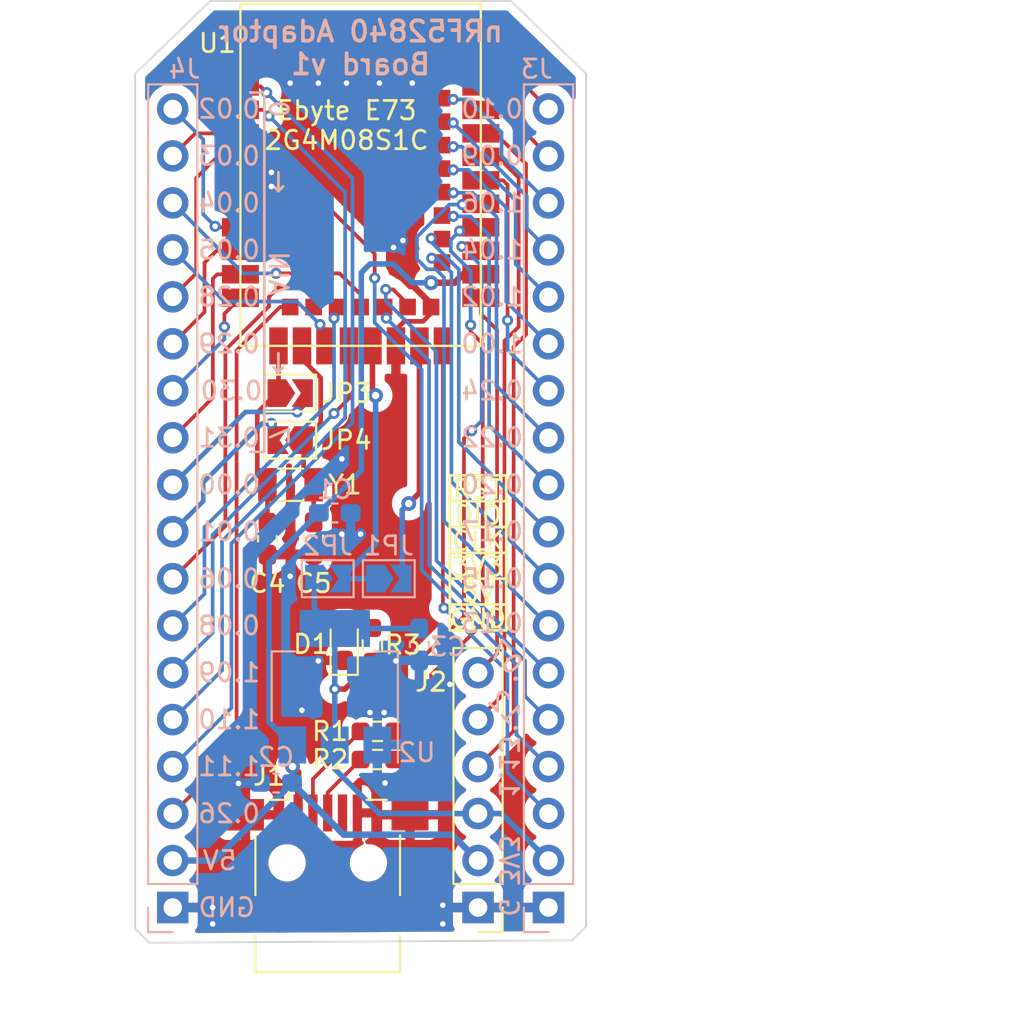
<source format=kicad_pcb>
(kicad_pcb (version 20211014) (generator pcbnew)
  (layers (0 "F.Cu" signal) (31 "B.Cu" signal) (34 "B.Paste" user) (35 "F.Paste" user) (36 "B.SilkS" user "B.Silkscreen") (37 "F.SilkS" user "F.Silkscreen") (38 "B.Mask" user) (39 "F.Mask" user) (44 "Edge.Cuts" user))
  (net 0 "")
  (net 1 "V_USB")
  (net 2 "GND")
  (net 3 "REG_OUT")
  (net 4 "OSC32_2")
  (net 5 "USB_D-")
  (net 6 "USB_D+")
  (net 8 "SWCLK")
  (net 9 "SWDIO")
  (net 10 "RESET")
  (net 11 "VDDH")
  (net 12 "VDD")
  (net 13 "P0.00")
  (net 14 "OSC32_1")
  (net 15 "P0.01")
  (net 16 "Net-(R1-Pad2)")
  (net 17 "Net-(R2-Pad2)")
  (net 18 "AIN3")
  (net 19 "P1.09")
  (net 20 "DCCH")
  (net 21 "AIN6")
  (net 22 "AIN7")
  (net 23 "AIN5")
  (net 24 "AIN0")
  (net 25 "P1.13")
  (net 26 "AIN4")
  (net 27 "AIN1")
  (net 28 "P1.10")
  (net 29 "P1.11")
  (net 30 "P0.13")
  (net 31 "P0.24")
  (net 32 "NFC1")
  (net 33 "NFC2")
  (net 34 "P0.26")
  (net 35 "P0.06")
  (net 36 "P0.08")
  (net 37 "AIN2")
  (net 38 "P0.12")
  (net 39 "P0.07")
  (net 40 "P0.15")
  (net 41 "P0.17")
  (net 42 "P0.20")
  (net 43 "P0.22")
  (net 44 "P1.00")
  (net 45 "P1.02")
  (net 46 "P1.04")
  (net 47 "P1.06")
  (net 48 "Net-(D1-Pad2)")
  (footprint "footprints:E73-2G4M08S1C" (layer "F.Cu") (at 146.05 75.438)
    (fp_text reference "U1")
    (fp_text value "E73-2G4M08S1C")
  )
  (footprint "Capacitor_SMD:C_0603_1608Metric_Pad1.08x0.95mm_HandSolder" (layer "F.Cu") (at 143.51 94.8425 90)
    (fp_text reference "C5")
    (fp_text value "12p")
  )
  (footprint "Jumper:SolderJumper-2_P1.3mm_Open_TrianglePad1.0x1.5mm" (layer "F.Cu") (at 142.243 86.995)
    (fp_text reference "JP3")
    (fp_text value "SolderJumper_2_Open")
  )
  (footprint "Capacitor_SMD:C_0603_1608Metric_Pad1.08x0.95mm_HandSolder" (layer "F.Cu") (at 141.01 94.869 90)
    (fp_text reference "C4")
    (fp_text value "12p")
  )
  (footprint "LED_SMD:LED_0603_1608Metric_Pad1.05x0.95mm_HandSolder" (layer "F.Cu") (at 145.161 100.57 90)
    (fp_text reference "D1")
    (fp_text value "ORANGE")
  )
  (footprint "Resistor_SMD:R_0603_1608Metric_Pad0.98x0.95mm_HandSolder" (layer "F.Cu") (at 146.685 100.6075 90)
    (fp_text reference "R3")
    (fp_text value "180R")
  )
  (footprint "Connector_USB:USB_Mini-B_Lumberg_2486_01_Horizontal" (layer "F.Cu") (at 144.272 112.395)
    (fp_text reference "J1")
    (fp_text value "USB_B_Mini")
  )
  (footprint "Resistor_SMD:R_0603_1608Metric_Pad0.98x0.95mm_HandSolder" (layer "F.Cu") (at 146.9625 105.283)
    (fp_text reference "R1")
    (fp_text value "5K1")
  )
  (footprint "Jumper:SolderJumper-2_P1.3mm_Open_TrianglePad1.0x1.5mm" (layer "F.Cu") (at 142.243 89.535 180)
    (fp_text reference "JP4")
    (fp_text value "SolderJumper_2_Open")
  )
  (footprint "Crystal:Crystal_SMD_3215-2Pin_3.2x1.5mm" (layer "F.Cu") (at 142.26 91.948)
    (fp_text reference "Y1")
    (fp_text value "ABS07 [9pF, 32.768kHz]")
  )
  (footprint "Connector_PinHeader_2.54mm:PinHeader_1x06_P2.54mm_Vertical" (layer "F.Cu") (at 152.4 114.808 180)
    (fp_text reference "J2")
    (fp_text value "Programming")
  )
  (footprint "Resistor_SMD:R_0603_1608Metric_Pad0.98x0.95mm_HandSolder" (layer "F.Cu") (at 146.9625 106.807)
    (fp_text reference "R2")
    (fp_text value "5K1")
  )
  (footprint "Connector_PinHeader_2.54mm:PinHeader_1x18_P2.54mm_Vertical" (layer "B.Cu") (at 156.21 114.808)
    (fp_text reference "J3")
    (fp_text value "Header1")
  )
  (footprint "Jumper:SolderJumper-2_P1.3mm_Open_TrianglePad1.0x1.5mm" (layer "B.Cu") (at 147.574 97.028)
    (fp_text reference "JP1")
    (fp_text value "SolderJumper_2_Open")
  )
  (footprint "Capacitor_SMD:C_0603_1608Metric_Pad1.08x0.95mm_HandSolder" (layer "B.Cu") (at 141.478 108.077 180)
    (fp_text reference "C2")
    (fp_text value "4u7")
  )
  (footprint "Jumper:SolderJumper-2_P1.3mm_Open_TrianglePad1.0x1.5mm" (layer "B.Cu") (at 144.272 97.028)
    (fp_text reference "JP2")
    (fp_text value "SolderJumper_2_Open")
  )
  (footprint "Capacitor_SMD:C_0603_1608Metric_Pad1.08x0.95mm_HandSolder" (layer "B.Cu") (at 149.225 100.584 -90)
    (fp_text reference "C3")
    (fp_text value "4u7")
  )
  (footprint "Connector_PinHeader_2.54mm:PinHeader_1x18_P2.54mm_Vertical" (layer "B.Cu") (at 135.89 114.808)
    (fp_text reference "J4")
    (fp_text value "Header2")
  )
  (footprint "Package_TO_SOT_SMD:SOT-223-3_TabPin2" (layer "B.Cu") (at 144.653 102.87 90)
    (fp_text reference "U2")
    (fp_text value "AP2111H-3.3TRG1")
  )
  (footprint "Capacitor_SMD:C_0603_1608Metric_Pad1.08x0.95mm_HandSolder" (layer "B.Cu") (at 144.653 93.472)
    (fp_text reference "C1")
    (fp_text value "4u7")
  )
  (gr_line (start 140.081 70.739) (end 140.843 70.739) (layer "B.SilkS") (width 0.15))
  (gr_line (start 141.605 84.836) (end 141.605 85.852) (layer "B.SilkS") (width 0.15))
  (gr_line (start 141.605 85.852) (end 141.859 85.598) (layer "B.SilkS") (width 0.15))
  (gr_line (start 141.605 85.852) (end 141.351 85.598) (layer "B.SilkS") (width 0.15))
  (gr_line (start 140.843 70.739) (end 140.843 90.17) (layer "B.SilkS") (width 0.15))
  (gr_line (start 140.843 90.17) (end 140.081 90.17) (layer "B.SilkS") (width 0.15))
  (gr_line (start 141.605 75.057) (end 141.605 76.073) (layer "B.SilkS") (width 0.15))
  (gr_line (start 141.605 76.073) (end 141.859 75.819) (layer "B.SilkS") (width 0.15))
  (gr_line (start 141.605 76.073) (end 141.351 75.819) (layer "B.SilkS") (width 0.15))
  (gr_line (start 150.876 92.837) (end 153.924 92.837) (layer "F.SilkS") (width 0.15))
  (gr_line (start 150.876 99.822) (end 153.924 99.822) (layer "F.SilkS") (width 0.15))
  (gr_rect (start 150.876 91.44) (end 153.924 97.028) (layer "F.SilkS") (width 0.15) (fill none))
  (gr_line (start 150.876 95.631) (end 153.924 95.631) (layer "F.SilkS") (width 0.15))
  (gr_line (start 153.924 99.822) (end 153.924 97.028) (layer "F.SilkS") (width 0.15))
  (gr_line (start 153.924 94.234) (end 150.876 94.234) (layer "F.SilkS") (width 0.15))
  (gr_line (start 150.876 97.028) (end 150.876 99.822) (layer "F.SilkS") (width 0.15))
  (gr_line (start 153.924 98.425) (end 150.876 98.425) (layer "F.SilkS") (width 0.15))
  (gr_line (start 158.242 69.723) (end 158.242 115.824) (layer "Edge.Cuts") (width 0.1))
  (gr_line (start 137.922 65.786) (end 154.178 65.786) (layer "Edge.Cuts") (width 0.1))
  (gr_line (start 154.178 65.786) (end 158.242 69.723) (layer "Edge.Cuts") (width 0.1))
  (gr_line (start 133.858 115.951) (end 133.858 69.723) (layer "Edge.Cuts") (width 0.1))
  (gr_line (start 133.858 115.951) (end 134.62 116.713) (layer "Edge.Cuts") (width 0.1))
  (gr_line (start 133.858 69.723) (end 137.922 65.786) (layer "Edge.Cuts") (width 0.1))
  (gr_line locked (start 157.48 116.586) (end 134.62 116.713) (layer "Edge.Cuts") (width 0.1))
  (gr_line (start 158.242 115.824) (end 157.48 116.586) (layer "Edge.Cuts") (width 0.1))
  (gr_text "GND" (at 138.811 114.808) (layer "B.SilkS") (effects (font (size 1 1)) (justify mirror)))
  (gr_text "0.26" (at 138.938 109.728) (layer "B.SilkS") (effects (font (size 1 1)) (justify mirror)))
  (gr_text "nRF52840 Adaptor\nBoard v1" (at 146.05 68.326) (layer "B.SilkS") (effects (font (size 1.1 1.1) (thickness 0.2)) (justify mirror)))
  (gr_text "1.11" (at 138.938 107.188) (layer "B.SilkS") (effects (font (size 1 1)) (justify mirror)))
  (gr_text "0.24" (at 153.162 86.868) (layer "B.SilkS") (effects (font (size 1 1)) (justify mirror)))
  (gr_text "0.10" (at 153.162 71.628) (layer "B.SilkS") (effects (font (size 1 1)) (justify mirror)))
  (gr_text "0.04" (at 138.938 76.708) (layer "B.SilkS") (effects (font (size 1 1)) (justify mirror)))
  (gr_text "1.06" (at 153.162 76.708) (layer "B.SilkS") (effects (font (size 1 1)) (justify mirror)))
  (gr_text "1.10" (at 138.938 104.648) (layer "B.SilkS") (effects (font (size 1 1)) (justify mirror)))
  (gr_text "0.00" (at 138.938 91.948) (layer "B.SilkS") (effects (font (size 1 1)) (justify mirror)))
  (gr_text "0.08" (at 138.938 99.568) (layer "B.SilkS") (effects (font (size 1 1)) (justify mirror)))
  (gr_text "1.02" (at 153.162 81.788) (layer "B.SilkS") (effects (font (size 1 1)) (justify mirror)))
  (gr_text "0.20" (at 153.162 91.948) (layer "B.SilkS") (effects (font (size 1 1)) (justify mirror)))
  (gr_text "0.29" (at 138.938 84.328) (layer "B.SilkS") (effects (font (size 1 1)) (justify mirror)))
  (gr_text "0.31" (at 138.938 89.408) (layer "B.SilkS") (effects (font (size 1 1)) (justify mirror)))
  (gr_text "0.06" (at 138.938 97.028) (layer "B.SilkS") (effects (font (size 1 1)) (justify mirror)))
  (gr_text "7" (at 141.605 89.281 270) (layer "B.SilkS") (effects (font (size 1 1)) (justify mirror)))
  (gr_text "0.02" (at 138.938 71.628) (layer "B.SilkS") (effects (font (size 1 1)) (justify mirror)))
  (gr_text "1.04" (at 153.162 79.248) (layer "B.SilkS") (effects (font (size 1 1)) (justify mirror)))
  (gr_text "0.30" (at 139.065 86.868) (layer "B.SilkS") (effects (font (size 1 1)) (justify mirror)))
  (gr_text "5V" (at 138.43 112.268) (layer "B.SilkS") (effects (font (size 1 1)) (justify mirror)))
  (gr_text "0.13" (at 153.162 99.441) (layer "B.SilkS") (effects (font (size 1 1)) (justify mirror)))
  (gr_text "1.00" (at 153.162 84.328) (layer "B.SilkS") (effects (font (size 1 1)) (justify mirror)))
  (gr_text "0" (at 141.605 71.628 270) (layer "B.SilkS") (effects (font (size 1 1)) (justify mirror)))
  (gr_text "0.01" (at 138.938 94.488) (layer "B.SilkS") (effects (font (size 1 1)) (justify mirror)))
  (gr_text "G" (at 154.051 114.808 270) (layer "B.SilkS") (effects (font (size 1 1)) (justify mirror)))
  (gr_text "0.03" (at 138.938 74.168) (layer "B.SilkS") (effects (font (size 1 1)) (justify mirror)))
  (gr_text "0.15" (at 153.162 97.028) (layer "B.SilkS") (effects (font (size 1 1)) (justify mirror)))
  (gr_text "1.13" (at 154.051 107.188 270) (layer "B.SilkS") (effects (font (size 1 1)) (justify mirror)))
  (gr_text "0.05" (at 138.938 79.248) (layer "B.SilkS") (effects (font (size 1 1)) (justify mirror)))
  (gr_text "0.22" (at 153.162 89.408) (layer "B.SilkS") (effects (font (size 1 1)) (justify mirror)))
  (gr_text "0.28" (at 138.938 81.788) (layer "B.SilkS") (effects (font (size 1 1)) (justify mirror)))
  (gr_text "3V3" (at 154.051 112.268 270) (layer "B.SilkS") (effects (font (size 1 1)) (justify mirror)))
  (gr_text "0.17" (at 153.162 94.488) (layer "B.SilkS") (effects (font (size 1 1)) (justify mirror)))
  (gr_text ".12" (at 154.051 104.14 315) (layer "B.SilkS") (effects (font (size 1 1)) (justify mirror)))
  (gr_text "AIN" (at 141.605 80.518 270) (layer "B.SilkS") (effects (font (size 1 1)) (justify mirror)))
  (gr_text "0.09" (at 153.162 74.168) (layer "B.SilkS") (effects (font (size 1 1)) (justify mirror)))
  (gr_text ".07" (at 154.051 101.473 -45) (layer "B.SilkS") (effects (font (size 1 1)) (justify mirror)))
  (gr_text "1.09" (at 138.938 102.108) (layer "B.SilkS") (effects (font (size 1 1)) (justify mirror)))
  (gr_text "Ebyte E73\n2G4M08S1C" (at 145.288 72.517) (layer "F.SilkS") (effects (font (size 1 1))))
  (gr_text "DIO" (at 152.4 93.599) (layer "F.SilkS") (effects (font (size 1 1))))
  (gr_text "RST" (at 152.4 92.202) (layer "F.SilkS") (effects (font (size 1 1))))
  (gr_text "5V" (at 152.4 97.79) (layer "F.SilkS") (effects (font (size 1 1))))
  (gr_text "GND" (at 152.4 99.187) (layer "F.SilkS") (effects (font (size 1 1))))
  (gr_text "3V3" (at 152.4 96.393) (layer "F.SilkS") (effects (font (size 1 1))))
  (gr_text "CLK" (at 152.4 94.996) (layer "F.SilkS") (effects (font (size 1 1))))
  (segment (start 151.13 81.026) (end 149.86 81.026) (width 0.35) (layer "F.Cu") (net 1))
  (segment (start 142.672 109.695) (end 142.672 107.493) (width 0.35) (layer "F.Cu") (net 1))
  (segment (start 152.55 80.568) (end 151.588 80.568) (width 0.35) (layer "F.Cu") (net 1))
  (segment (start 151.588 80.568) (end 151.13 81.026) (width 0.35) (layer "F.Cu") (net 1))
  (segment (start 142.672 107.493) (end 142.367 107.188) (width 0.35) (layer "F.Cu") (net 1))
  (via (at 149.86 81.026) (size 0.8) (drill 0.4) (layers "F.Cu" "B.Cu") (net 1))
  (via (at 142.367 107.188) (size 0.8) (drill 0.4) (layers "F.Cu" "B.Cu") (net 1))
  (segment (start 146.558 80.01) (end 147.828 80.01) (width 0.3) (layer "B.Cu") (net 1))
  (segment (start 151.003 110.871) (end 145.1345 110.871) (width 0.35) (layer "B.Cu") (net 1))
  (segment (start 142.367 106.034) (end 142.353 106.02) (width 0.35) (layer "B.Cu") (net 1))
  (segment (start 148.844 81.026) (end 149.86 81.026) (width 0.3) (layer "B.Cu") (net 1))
  (segment (start 141.097 104.775) (end 141.097 97.155) (width 0.3) (layer "B.Cu") (net 1))
  (segment (start 141.097 97.155) (end 141.097 96.393) (width 0.3) (layer "B.Cu") (net 1))
  (segment (start 145.1345 110.871) (end 142.3405 108.077) (width 0.35) (layer "B.Cu") (net 1))
  (segment (start 146.086167 80.481833) (end 146.558 80.01) (width 0.3) (layer "B.Cu") (net 1))
  (segment (start 141.097 96.1655) (end 142.6475 94.615) (width 0.3) (layer "B.Cu") (net 1))
  (segment (start 142.367 107.188) (end 142.367 108.0505) (width 0.35) (layer "B.Cu") (net 1))
  (segment (start 152.4 112.268) (end 151.003 110.871) (width 0.35) (layer "B.Cu") (net 1))
  (segment (start 138.1495 112.268) (end 135.89 112.268) (width 0.35) (layer "B.Cu") (net 1))
  (segment (start 147.828 80.01) (end 148.844 81.026) (width 0.3) (layer "B.Cu") (net 1))
  (segment (start 142.6475 94.615) (end 146.086167 91.176333) (width 0.3) (layer "B.Cu") (net 1))
  (segment (start 142.353 106.02) (end 142.342 106.02) (width 0.3) (layer "B.Cu") (net 1))
  (segment (start 141.097 97.155) (end 141.097 96.1655) (width 0.3) (layer "B.Cu") (net 1))
  (segment (start 142.367 107.188) (end 142.367 106.034) (width 0.35) (layer "B.Cu") (net 1))
  (segment (start 146.086167 91.176333) (end 146.086167 80.481833) (width 0.3) (layer "B.Cu") (net 1))
  (segment (start 142.3405 108.077) (end 138.1495 112.268) (width 0.35) (layer "B.Cu") (net 1))
  (segment (start 142.342 106.02) (end 141.097 104.775) (width 0.3) (layer "B.Cu") (net 1))
  (segment (start 147.96 83.561) (end 147.96 84.438) (width 0.25) (layer "F.Cu") (net 2))
  (segment (start 149.86 82.677) (end 149.424489 83.112511) (width 0.25) (layer "F.Cu") (net 2))
  (segment (start 149.424489 83.112511) (end 148.408489 83.112511) (width 0.25) (layer "F.Cu") (net 2))
  (segment (start 148.844 81.153) (end 149.86 82.169) (width 0.35) (layer "F.Cu") (net 2))
  (segment (start 148.408489 83.112511) (end 147.96 83.561) (width 0.25) (layer "F.Cu") (net 2))
  (segment (start 149.86 82.169) (end 149.86 82.338) (width 0.35) (layer "F.Cu") (net 2))
  (segment (start 149.86 82.338) (end 149.86 82.677) (width 0.25) (layer "F.Cu") (net 2))
  (via (at 141.224 75.057) (size 0.6) (drill 0.3) (layers "F.Cu" "B.Cu") (net 2))
  (via (at 147.828 79.121) (size 0.6) (drill 0.3) (layers "F.Cu" "B.Cu") (net 2))
  (via (at 143.764 70.231) (size 0.6) (drill 0.3) (layers "F.Cu" "B.Cu") (net 2))
  (via (at 145.288 70.231) (size 0.6) (drill 0.3) (layers "F.Cu" "B.Cu") (net 2))
  (via (at 142.875 104.14) (size 0.6) (drill 0.3) (layers "F.Cu" "B.Cu") (net 2))
  (via (at 148.844 70.231) (size 0.6) (drill 0.3) (layers "F.Cu" "B.Cu") (net 2))
  (via (at 139.446 108.1024) (size 0.6) (drill 0.3) (layers "F.Cu" "B.Cu") (net 2))
  (via (at 147.3708 108.077) (size 0.6) (drill 0.3) (layers "F.Cu" "B.Cu") (net 2))
  (via (at 150.876 102.743) (size 0.6) (drill 0.3) (layers "F.Cu" "B.Cu") (net 2))
  (via (at 143.764 101.473) (size 0.6) (drill 0.3) (layers "F.Cu" "B.Cu") (net 2))
  (via (at 148.336 78.74) (size 0.6) (drill 0.3) (layers "F.Cu" "B.Cu") (net 2))
  (via (at 142.24 70.231) (size 0.6) (drill 0.3) (layers "F.Cu" "B.Cu") (net 2))
  (via (at 138.049 115.697) (size 0.6) (drill 0.3) (layers "F.Cu" "B.Cu") (net 2))
  (via (at 150.495 114.681) (size 0.6) (drill 0.3) (layers "F.Cu" "B.Cu") (net 2))
  (via (at 146.05 94.615) (size 0.6) (drill 0.3) (layers "F.Cu" "B.Cu") (net 2))
  (via (at 142.24 96.901) (size 0.6) (drill 0.3) (layers "F.Cu" "B.Cu") (net 2))
  (via (at 146.558 104.267) (size 0.6) (drill 0.3) (layers "F.Cu" "B.Cu") (net 2))
  (via (at 147.955 101.473) (size 0.6) (drill 0.3) (layers "F.Cu" "B.Cu") (net 2))
  (via (at 145.034 90.551) (size 0.6) (drill 0.3) (layers "F.Cu" "B.Cu") (net 2))
  (via (at 145.034 94.615) (size 0.6) (drill 0.3) (layers "F.Cu" "B.Cu") (net 2))
  (via (at 138.049 114.808) (size 0.6) (drill 0.3) (layers "F.Cu" "B.Cu") (net 2))
  (via (at 141.224 75.819) (size 0.6) (drill 0.3) (layers "F.Cu" "B.Cu") (net 2))
  (via (at 147.066 70.231) (size 0.6) (drill 0.3) (layers "F.Cu" "B.Cu") (net 2))
  (via (at 147.32 104.267) (size 0.6) (drill 0.3) (layers "F.Cu" "B.Cu") (net 2))
  (via (at 150.495 115.697) (size 0.6) (drill 0.3) (layers "F.Cu" "B.Cu") (net 2))
  (segment (start 144.653 102.997) (end 145.208 102.997) (width 0.3) (layer "F.Cu") (net 3))
  (segment (start 145.208 102.997) (end 146.685 101.52) (width 0.3) (layer "F.Cu") (net 3))
  (via (at 144.653 102.997) (size 0.6) (drill 0.3) (layers "F.Cu" "B.Cu") (net 3))
  (segment (start 149.2235 99.72) (end 149.225 99.7215) (width 0.3) (layer "B.Cu") (net 3))
  (segment (start 144.653 99.72) (end 143.547 98.614) (width 0.3) (layer "B.Cu") (net 3))
  (segment (start 144.653 106.02) (end 144.653 107.32) (width 0.3) (layer "B.Cu") (net 3))
  (segment (start 144.653 102.997) (end 144.653 99.72) (width 0.3) (layer "B.Cu") (net 3))
  (segment (start 153.67 109.728) (end 152.4 109.728) (width 0.3) (layer "B.Cu") (net 3))
  (segment (start 143.547 98.614) (end 143.547 97.028) (width 0.3) (layer "B.Cu") (net 3))
  (segment (start 144.653 99.72) (end 149.2235 99.72) (width 0.3) (layer "B.Cu") (net 3))
  (segment (start 144.653 106.02) (end 144.653 102.997) (width 0.3) (layer "B.Cu") (net 3))
  (segment (start 144.653 107.32) (end 147.061 109.728) (width 0.3) (layer "B.Cu") (net 3))
  (segment (start 156.21 112.268) (end 153.67 109.728) (width 0.3) (layer "B.Cu") (net 3))
  (segment (start 147.061 109.728) (end 152.4 109.728) (width 0.3) (layer "B.Cu") (net 3))
  (segment (start 142.968 89.535) (end 143.891 88.612) (width 0.25) (layer "F.Cu") (net 4))
  (segment (start 143.51 91.948) (end 142.968 91.406) (width 0.25) (layer "F.Cu") (net 4))
  (segment (start 142.88 85.152511) (end 142.88 84.438) (width 0.25) (layer "F.Cu") (net 4))
  (segment (start 142.968 91.406) (end 142.968 89.535) (width 0.25) (layer "F.Cu") (net 4))
  (segment (start 143.891 88.612) (end 143.891 86.163511) (width 0.25) (layer "F.Cu") (net 4))
  (segment (start 143.891 86.163511) (end 142.88 85.152511) (width 0.25) (layer "F.Cu") (net 4))
  (segment (start 143.51 93.98) (end 143.51 91.948) (width 0.25) (layer "F.Cu") (net 4))
  (segment (start 143.472 107.861) (end 146.05 105.283) (width 0.2) (layer "F.Cu") (net 5))
  (segment (start 143.472 109.695) (end 143.472 107.861) (width 0.2) (layer "F.Cu") (net 5))
  (segment (start 144.272 109.695) (end 144.272 108.585) (width 0.2) (layer "F.Cu") (net 6))
  (segment (start 144.272 108.585) (end 146.05 106.807) (width 0.2) (layer "F.Cu") (net 6))
  (segment (start 152.4 107.188) (end 154.32352 105.26448) (width 0.2) (layer "F.Cu") (net 8))
  (segment (start 153.339 72.948) (end 154.996011 74.605011) (width 0.2) (layer "F.Cu") (net 8))
  (segment (start 154.996011 74.605011) (end 154.99601 83.820996) (width 0.2) (layer "F.Cu") (net 8))
  (segment (start 152.55 72.948) (end 153.339 72.948) (width 0.2) (layer "F.Cu") (net 8))
  (segment (start 154.99601 83.820996) (end 154.32352 84.493486) (width 0.2) (layer "F.Cu") (net 8))
  (segment (start 154.32352 84.493486) (end 154.32352 104.62948) (width 0.2) (layer "F.Cu") (net 8))
  (segment (start 154.32352 105.26448) (end 154.32352 104.62948) (width 0.2) (layer "F.Cu") (net 8))
  (segment (start 153.82804 103.21996) (end 153.82804 102.45796) (width 0.2) (layer "F.Cu") (net 9))
  (segment (start 153.82804 84.16996) (end 154.596502 83.401498) (width 0.2) (layer "F.Cu") (net 9))
  (segment (start 152.4 104.648) (end 153.82804 103.21996) (width 0.2) (layer "F.Cu") (net 9))
  (segment (start 154.596502 75.348502) (end 153.466 74.218) (width 0.2) (layer "F.Cu") (net 9))
  (segment (start 153.466 74.218) (end 152.55 74.218) (width 0.2) (layer "F.Cu") (net 9))
  (segment (start 153.82804 84.16996) (end 153.82804 102.45796) (width 0.2) (layer "F.Cu") (net 9))
  (segment (start 154.596502 83.401498) (end 154.596502 75.348502) (width 0.2) (layer "F.Cu") (net 9))
  (segment (start 153.42852 101.07948) (end 153.42852 100.46952) (width 0.2) (layer "F.Cu") (net 10))
  (segment (start 153.42852 83.57852) (end 152.55 82.7) (width 0.2) (layer "F.Cu") (net 10))
  (segment (start 152.4 102.108) (end 153.42852 101.07948) (width 0.2) (layer "F.Cu") (net 10))
  (segment (start 153.42852 100.46952) (end 153.42852 83.57852) (width 0.2) (layer "F.Cu") (net 10))
  (segment (start 152.55 82.7) (end 152.55 81.838) (width 0.2) (layer "F.Cu") (net 10))
  (segment (start 149.23 92.3865) (end 148.6525 92.964) (width 0.3) (layer "F.Cu") (net 11))
  (segment (start 149.23 84.438) (end 149.23 92.3865) (width 0.3) (layer "F.Cu") (net 11))
  (via (at 148.6525 92.964) (size 0.8) (drill 0.4) (layers "F.Cu" "B.Cu") (net 11))
  (segment (start 148.6525 92.964) (end 148.299 93.3175) (width 0.3) (layer "B.Cu") (net 11))
  (segment (start 148.299 93.3175) (end 148.299 97.028) (width 0.3) (layer "B.Cu") (net 11))
  (segment (start 146.69 86.951333) (end 146.860667 87.122) (width 0.3) (layer "F.Cu") (net 12))
  (segment (start 146.69 84.438) (end 146.69 86.951333) (width 0.3) (layer "F.Cu") (net 12))
  (via (at 146.860667 87.122) (size 0.8) (drill 0.4) (layers "F.Cu" "B.Cu") (net 12))
  (segment (start 146.860667 87.122) (end 146.860667 95.164333) (width 0.3) (layer "B.Cu") (net 12))
  (segment (start 144.997 97.028) (end 146.595 97.028) (width 0.3) (layer "B.Cu") (net 12))
  (segment (start 146.860667 95.164333) (end 144.997 97.028) (width 0.3) (layer "B.Cu") (net 12))
  (segment (start 142.968 86.995) (end 142.968 87.664) (width 0.25) (layer "F.Cu") (net 13))
  (segment (start 142.968 87.664) (end 142.621 88.011) (width 0.25) (layer "F.Cu") (net 13))
  (via (at 142.621 88.011) (size 0.6) (drill 0.3) (layers "F.Cu" "B.Cu") (net 13))
  (segment (start 142.621 88.011) (end 139.827 88.011) (width 0.25) (layer "B.Cu") (net 13))
  (segment (start 139.827 88.011) (end 135.89 91.948) (width 0.25) (layer "B.Cu") (net 13))
  (segment (start 141.01 94.0065) (end 141.01 91.948) (width 0.25) (layer "F.Cu") (net 14))
  (segment (start 141.61 86.903) (end 141.61 84.438) (width 0.25) (layer "F.Cu") (net 14))
  (segment (start 141.01 91.948) (end 140.462 91.4) (width 0.25) (layer "F.Cu") (net 14))
  (segment (start 140.462 88.051) (end 141.518 86.995) (width 0.25) (layer "F.Cu") (net 14))
  (segment (start 141.518 86.995) (end 141.61 86.903) (width 0.25) (layer "F.Cu") (net 14))
  (segment (start 140.462 91.4) (end 140.462 88.051) (width 0.25) (layer "F.Cu") (net 14))
  (segment (start 141.518 88.9295) (end 141.224 88.6355) (width 0.25) (layer "F.Cu") (net 15))
  (segment (start 141.518 89.535) (end 141.518 88.9295) (width 0.25) (layer "F.Cu") (net 15))
  (via (at 141.224 88.6355) (size 0.6) (drill 0.3) (layers "F.Cu" "B.Cu") (net 15))
  (segment (start 137.541 91.821) (end 137.541 92.837) (width 0.25) (layer "B.Cu") (net 15))
  (segment (start 140.7265 88.6355) (end 137.541 91.821) (width 0.25) (layer "B.Cu") (net 15))
  (segment (start 141.224 88.6355) (end 140.7265 88.6355) (width 0.25) (layer "B.Cu") (net 15))
  (segment (start 137.541 92.837) (end 135.89 94.488) (width 0.25) (layer "B.Cu") (net 15))
  (segment (start 151.759456 79.298) (end 151.526139 79.064683) (width 0.2) (layer "F.Cu") (net 16))
  (segment (start 151.638 99.06) (end 151.638 89.4435) (width 0.2) (layer "F.Cu") (net 16))
  (segment (start 149.225 103.933) (end 149.225 101.473) (width 0.2) (layer "F.Cu") (net 16))
  (segment (start 147.875 105.283) (end 149.225 103.933) (width 0.2) (layer "F.Cu") (net 16))
  (segment (start 151.638 89.4435) (end 152.0545 89.027) (width 0.2) (layer "F.Cu") (net 16))
  (segment (start 152.55 79.298) (end 151.759456 79.298) (width 0.2) (layer "F.Cu") (net 16))
  (segment (start 149.225 101.473) (end 151.638 99.06) (width 0.2) (layer "F.Cu") (net 16))
  (via (at 151.526139 79.064683) (size 0.6) (drill 0.3) (layers "F.Cu" "B.Cu") (net 16))
  (via (at 152.0545 89.027) (size 0.6) (drill 0.3) (layers "F.Cu" "B.Cu") (net 16))
  (segment (start 152.598441 88.483059) (end 152.0545 89.027) (width 0.2) (layer "B.Cu") (net 16))
  (segment (start 152.598441 88.356059) (end 152.598441 80.136985) (width 0.2) (layer "B.Cu") (net 16))
  (segment (start 152.598441 88.356059) (end 152.598441 88.483059) (width 0.2) (layer "B.Cu") (net 16))
  (segment (start 152.598441 80.136985) (end 151.526139 79.064683) (width 0.2) (layer "B.Cu") (net 16))
  (segment (start 148.209 106.807) (end 149.86 105.156) (width 0.2) (layer "F.Cu") (net 17))
  (segment (start 152.654 84.328) (end 151.998941 83.672941) (width 0.2) (layer "F.Cu") (net 17))
  (segment (start 151.603502 78.028) (end 151.399502 78.232) (width 0.2) (layer "F.Cu") (net 17))
  (segment (start 151.998941 83.672941) (end 151.998941 83.312) (width 0.2) (layer "F.Cu") (net 17))
  (segment (start 152.654 99.441) (end 152.654 84.328) (width 0.2) (layer "F.Cu") (net 17))
  (segment (start 152.55 78.028) (end 151.603502 78.028) (width 0.2) (layer "F.Cu") (net 17))
  (segment (start 149.86 105.156) (end 149.86 102.235) (width 0.2) (layer "F.Cu") (net 17))
  (segment (start 147.875 106.807) (end 148.209 106.807) (width 0.2) (layer "F.Cu") (net 17))
  (segment (start 149.86 102.235) (end 152.654 99.441) (width 0.2) (layer "F.Cu") (net 17))
  (via (at 151.998941 83.312) (size 0.6) (drill 0.3) (layers "F.Cu" "B.Cu") (net 17))
  (via (at 151.399502 78.232) (size 0.6) (drill 0.3) (layers "F.Cu" "B.Cu") (net 17))
  (segment (start 150.926628 78.704874) (end 150.926628 79.31301) (width 0.2) (layer "B.Cu") (net 17))
  (segment (start 151.399502 78.232) (end 150.926628 78.704874) (width 0.2) (layer "B.Cu") (net 17))
  (segment (start 150.926628 79.31301) (end 151.998941 80.385323) (width 0.2) (layer "B.Cu") (net 17))
  (segment (start 151.998941 80.385323) (end 151.998941 83.312) (width 0.2) (layer "B.Cu") (net 17))
  (segment (start 144.15 83.58121) (end 143.85629 83.2875) (width 0.2) (layer "F.Cu") (net 18))
  (segment (start 144.15 84.438) (end 144.15 83.58121) (width 0.2) (layer "F.Cu") (net 18))
  (via (at 143.85629 83.2875) (size 0.6) (drill 0.3) (layers "F.Cu" "B.Cu") (net 18))
  (segment (start 138.684 82.042) (end 135.89 79.248) (width 0.2) (layer "B.Cu") (net 18))
  (segment (start 143.85629 83.2875) (end 142.61079 82.042) (width 0.2) (layer "B.Cu") (net 18))
  (segment (start 142.61079 82.042) (end 138.684 82.042) (width 0.2) (layer "B.Cu") (net 18))
  (segment (start 145.42 84.438) (end 145.42 87.285178) (width 0.2) (layer "F.Cu") (net 19))
  (segment (start 145.42 87.285178) (end 144.610089 88.095089) (width 0.2) (layer "F.Cu") (net 19))
  (via (at 144.610089 88.095089) (size 0.6) (drill 0.3) (layers "F.Cu" "B.Cu") (net 19))
  (segment (start 144.610089 88.095089) (end 138.049 94.656178) (width 0.2) (layer "B.Cu") (net 19))
  (segment (start 138.049 94.656178) (end 138.049 99.949) (width 0.2) (layer "B.Cu") (net 19))
  (segment (start 138.049 99.949) (end 135.89 102.108) (width 0.2) (layer "B.Cu") (net 19))
  (segment (start 150.5 84.438) (end 150.5 98.556984) (width 0.2) (layer "F.Cu") (net 20))
  (segment (start 150.5 98.556984) (end 150.558508 98.615492) (width 0.2) (layer "F.Cu") (net 20))
  (via (at 150.558508 98.615492) (size 0.6) (drill 0.3) (layers "F.Cu" "B.Cu") (net 20))
  (segment (start 156.21 109.728) (end 153.9875 107.5055) (width 0.2) (layer "B.Cu") (net 20))
  (segment (start 153.9875 102.044484) (end 153.9875 102.5525) (width 0.2) (layer "B.Cu") (net 20))
  (segment (start 153.9875 107.5055) (end 153.9875 106.3625) (width 0.2) (layer "B.Cu") (net 20))
  (segment (start 153.9875 106.3625) (end 153.9875 102.5525) (width 0.2) (layer "B.Cu") (net 20))
  (segment (start 150.558508 98.615492) (end 153.9875 102.044484) (width 0.2) (layer "B.Cu") (net 20))
  (segment (start 138.684 83.4136) (end 138.684 82.704) (width 0.2) (layer "F.Cu") (net 21))
  (segment (start 139.55 81.838) (end 138.684 82.704) (width 0.2) (layer "F.Cu") (net 21))
  (via (at 138.684 83.4136) (size 0.6) (drill 0.3) (layers "F.Cu" "B.Cu") (net 21))
  (segment (start 138.684 84.074) (end 138.684 83.4136) (width 0.2) (layer "B.Cu") (net 21))
  (segment (start 138.684 84.074) (end 135.89 86.868) (width 0.2) (layer "B.Cu") (net 21))
  (segment (start 139.55 80.568) (end 138.3 80.568) (width 0.2) (layer "F.Cu") (net 22))
  (segment (start 138.05904 87.23896) (end 135.89 89.408) (width 0.2) (layer "F.Cu") (net 22))
  (segment (start 138.05904 80.80896) (end 138.05904 87.23896) (width 0.2) (layer "F.Cu") (net 22))
  (segment (start 138.3 80.568) (end 138.05904 80.80896) (width 0.2) (layer "F.Cu") (net 22))
  (segment (start 139.55 79.298) (end 138.253 79.298) (width 0.2) (layer "F.Cu") (net 23))
  (segment (start 137.60952 79.94148) (end 137.60952 82.60848) (width 0.2) (layer "F.Cu") (net 23))
  (segment (start 138.253 79.298) (end 137.60952 79.94148) (width 0.2) (layer "F.Cu") (net 23))
  (segment (start 137.60952 82.60848) (end 135.89 84.328) (width 0.2) (layer "F.Cu") (net 23))
  (segment (start 138.234598 78.028) (end 138.180299 77.973701) (width 0.2) (layer "F.Cu") (net 24))
  (segment (start 139.55 78.028) (end 138.234598 78.028) (width 0.2) (layer "F.Cu") (net 24))
  (via (at 138.180299 77.973701) (size 0.6) (drill 0.3) (layers "F.Cu" "B.Cu") (net 24))
  (segment (start 138.180299 77.973701) (end 137.541 77.334402) (width 0.2) (layer "B.Cu") (net 24))
  (segment (start 137.541 77.334402) (end 137.541 73.279) (width 0.2) (layer "B.Cu") (net 24))
  (segment (start 137.541 73.279) (end 135.89 71.628) (width 0.2) (layer "B.Cu") (net 24))
  (segment (start 139.55 76.758) (end 144.1075 76.758) (width 0.2) (layer "F.Cu") (net 25))
  (segment (start 146.812 80.772) (end 146.812 79.4625) (width 0.2) (layer "F.Cu") (net 25))
  (segment (start 144.1075 76.758) (end 146.812 79.4625) (width 0.2) (layer "F.Cu") (net 25))
  (via (at 146.812 80.772) (size 0.6) (drill 0.3) (layers "F.Cu" "B.Cu") (net 25))
  (segment (start 149.352 96.561162) (end 149.352 85.725) (width 0.2) (layer "B.Cu") (net 25))
  (segment (start 146.812 83.185) (end 146.812 80.772) (width 0.2) (layer "B.Cu") (net 25))
  (segment (start 154.474919 105.452919) (end 154.474919 101.684081) (width 0.2) (layer "B.Cu") (net 25))
  (segment (start 149.352 85.725) (end 146.812 83.185) (width 0.2) (layer "B.Cu") (net 25))
  (segment (start 154.474919 101.684081) (end 149.352 96.561162) (width 0.2) (layer "B.Cu") (net 25))
  (segment (start 156.21 107.188) (end 154.474919 105.452919) (width 0.2) (layer "B.Cu") (net 25))
  (segment (start 137.16 80.518) (end 135.89 81.788) (width 0.2) (layer "F.Cu") (net 26))
  (segment (start 139.55 74.218) (end 138.3 74.218) (width 0.2) (layer "F.Cu") (net 26))
  (segment (start 138.3 74.218) (end 137.16 75.358) (width 0.2) (layer "F.Cu") (net 26))
  (segment (start 137.16 75.358) (end 137.16 80.518) (width 0.2) (layer "F.Cu") (net 26))
  (segment (start 137.11 72.948) (end 135.89 74.168) (width 0.2) (layer "F.Cu") (net 27))
  (segment (start 139.55 72.948) (end 137.11 72.948) (width 0.2) (layer "F.Cu") (net 27))
  (segment (start 139.55 71.678) (end 140.766 71.678) (width 0.2) (layer "F.Cu") (net 28))
  (segment (start 140.766 71.678) (end 141.097 72.009) (width 0.2) (layer "F.Cu") (net 28))
  (via (at 141.097 72.009) (size 0.6) (drill 0.3) (layers "F.Cu" "B.Cu") (net 28))
  (segment (start 141.097 72.009) (end 145.212127 76.124127) (width 0.2) (layer "B.Cu") (net 28))
  (segment (start 145.212127 88.340873) (end 138.557 94.996) (width 0.2) (layer "B.Cu") (net 28))
  (segment (start 138.557 101.981) (end 135.89 104.648) (width 0.2) (layer "B.Cu") (net 28))
  (segment (start 138.557 94.996) (end 138.557 101.981) (width 0.2) (layer "B.Cu") (net 28))
  (segment (start 145.212127 76.124127) (end 145.212127 88.340873) (width 0.2) (layer "B.Cu") (net 28))
  (segment (start 140.97 70.739) (end 140.639 70.408) (width 0.2) (layer "F.Cu") (net 29))
  (segment (start 140.639 70.408) (end 139.55 70.408) (width 0.2) (layer "F.Cu") (net 29))
  (via (at 140.97 70.739) (size 0.6) (drill 0.3) (layers "F.Cu" "B.Cu") (net 29))
  (segment (start 135.89 107.188) (end 139.065 104.013) (width 0.2) (layer "B.Cu") (net 29))
  (segment (start 139.065 95.123) (end 145.611647 88.576353) (width 0.2) (layer "B.Cu") (net 29))
  (segment (start 145.611647 88.576353) (end 145.611647 75.380647) (width 0.2) (layer "B.Cu") (net 29))
  (segment (start 145.611647 75.380647) (end 140.97 70.739) (width 0.2) (layer "B.Cu") (net 29))
  (segment (start 139.065 104.013) (end 139.065 95.123) (width 0.2) (layer "B.Cu") (net 29))
  (segment (start 152.55 76.758) (end 151.585422 76.758) (width 0.2) (layer "F.Cu") (net 30))
  (segment (start 151.585422 76.758) (end 151.545386 76.798036) (width 0.2) (layer "F.Cu") (net 30))
  (via (at 151.545386 76.798036) (size 0.6) (drill 0.3) (layers "F.Cu" "B.Cu") (net 30))
  (segment (start 149.098 79.745048) (end 149.649837 80.296885) (width 0.2) (layer "B.Cu") (net 30))
  (segment (start 150.559511 80.736252) (end 150.559511 93.917511) (width 0.2) (layer "B.Cu") (net 30))
  (segment (start 151.545386 76.798036) (end 150.846771 76.798036) (width 0.2) (layer "B.Cu") (net 30))
  (segment (start 150.559511 93.917511) (end 156.21 99.568) (width 0.2) (layer "B.Cu") (net 30))
  (segment (start 150.120144 80.296885) (end 150.559511 80.736252) (width 0.2) (layer "B.Cu") (net 30))
  (segment (start 149.098 78.546808) (end 149.098 79.745048) (width 0.2) (layer "B.Cu") (net 30))
  (segment (start 150.846771 76.798036) (end 149.098 78.546808) (width 0.2) (layer "B.Cu") (net 30))
  (segment (start 149.649837 80.296885) (end 150.120144 80.296885) (width 0.2) (layer "B.Cu") (net 30))
  (segment (start 152.55 75.488) (end 153.75 75.488) (width 0.2) (layer "F.Cu") (net 31))
  (segment (start 153.75 75.488) (end 153.939 75.677) (width 0.2) (layer "F.Cu") (net 31))
  (segment (start 153.939 75.677) (end 153.996991 75.734991) (width 0.2) (layer "F.Cu") (net 31))
  (segment (start 153.996991 75.734991) (end 153.996991 83.058) (width 0.2) (layer "F.Cu") (net 31))
  (via (at 153.996991 83.058) (size 0.6) (drill 0.3) (layers "F.Cu" "B.Cu") (net 31))
  (segment (start 153.99698 84.65498) (end 156.21 86.868) (width 0.2) (layer "B.Cu") (net 31))
  (segment (start 153.996991 83.058) (end 153.996991 84.654969) (width 0.2) (layer "B.Cu") (net 31))
  (segment (start 153.996991 84.654969) (end 153.99698 84.65498) (width 0.2) (layer "B.Cu") (net 31))
  (segment (start 153.72 71.678) (end 156.21 74.168) (width 0.2) (layer "F.Cu") (net 32))
  (segment (start 152.55 71.678) (end 153.72 71.678) (width 0.2) (layer "F.Cu") (net 32))
  (segment (start 152.55 70.408) (end 154.99 70.408) (width 0.2) (layer "F.Cu") (net 33))
  (segment (start 154.99 70.408) (end 156.21 71.628) (width 0.2) (layer "F.Cu") (net 33))
  (segment (start 139.3444 106.2736) (end 135.89 109.728) (width 0.2) (layer "F.Cu") (net 34))
  (segment (start 139.3444 84.6836) (end 139.3444 106.2736) (width 0.2) (layer "F.Cu") (net 34))
  (segment (start 142.24 82.338) (end 141.69 82.338) (width 0.2) (layer "F.Cu") (net 34))
  (segment (start 141.69 82.338) (end 139.3444 84.6836) (width 0.2) (layer "F.Cu") (net 34))
  (segment (start 138.7348 94.1832) (end 138.7348 84.6582) (width 0.2) (layer "F.Cu") (net 35))
  (segment (start 141.097 82.296) (end 141.097 81.788) (width 0.2) (layer "F.Cu") (net 35))
  (segment (start 141.097 81.788) (end 141.605 81.28) (width 0.2) (layer "F.Cu") (net 35))
  (segment (start 143.102 81.28) (end 143.51 81.688) (width 0.2) (layer "F.Cu") (net 35))
  (segment (start 138.7348 84.6582) (end 141.097 82.296) (width 0.2) (layer "F.Cu") (net 35))
  (segment (start 135.89 97.028) (end 138.7348 94.1832) (width 0.2) (layer "F.Cu") (net 35))
  (segment (start 143.51 81.688) (end 143.51 82.338) (width 0.2) (layer "F.Cu") (net 35))
  (segment (start 141.605 81.28) (end 143.102 81.28) (width 0.2) (layer "F.Cu") (net 35))
  (segment (start 144.78 82.338) (end 144.78 82.771114) (width 0.2) (layer "F.Cu") (net 36))
  (segment (start 144.78 82.771114) (end 144.612616 82.938498) (width 0.2) (layer "F.Cu") (net 36))
  (via (at 144.612616 82.938498) (size 0.6) (drill 0.3) (layers "F.Cu" "B.Cu") (net 36))
  (segment (start 137.6045 94.25284) (end 137.6045 97.8535) (width 0.2) (layer "B.Cu") (net 36))
  (segment (start 137.6045 97.8535) (end 135.89 99.568) (width 0.2) (layer "B.Cu") (net 36))
  (segment (start 144.612616 82.938498) (end 144.612616 87.244724) (width 0.2) (layer "B.Cu") (net 36))
  (segment (start 144.612616 87.244724) (end 137.6045 94.25284) (width 0.2) (layer "B.Cu") (net 36))
  (segment (start 141.478 80.518) (end 144.907 80.518) (width 0.2) (layer "F.Cu") (net 37))
  (segment (start 146.05 81.661) (end 144.907 80.518) (width 0.2) (layer "F.Cu") (net 37))
  (segment (start 146.05 82.338) (end 146.05 81.661) (width 0.2) (layer "F.Cu") (net 37))
  (via (at 141.478 80.518) (size 0.6) (drill 0.3) (layers "F.Cu" "B.Cu") (net 37))
  (segment (start 141.478 80.518) (end 139.7 80.518) (width 0.2) (layer "B.Cu") (net 37))
  (segment (start 139.7 80.518) (end 135.89 76.708) (width 0.2) (layer "B.Cu") (net 37))
  (segment (start 147.32 82.338) (end 147.32 82.815869) (width 0.2) (layer "F.Cu") (net 38))
  (segment (start 147.32 82.815869) (end 147.442922 82.938791) (width 0.2) (layer "F.Cu") (net 38))
  (via (at 147.442922 82.938791) (size 0.6) (drill 0.3) (layers "F.Cu" "B.Cu") (net 38))
  (segment (start 147.442922 82.938791) (end 149.75152 85.24739) (width 0.2) (layer "B.Cu") (net 38))
  (segment (start 149.751519 96.284519) (end 154.94 101.473) (width 0.2) (layer "B.Cu") (net 38))
  (segment (start 154.94 103.378) (end 156.21 104.648) (width 0.2) (layer "B.Cu") (net 38))
  (segment (start 154.94 101.473) (end 154.94 103.378) (width 0.2) (layer "B.Cu") (net 38))
  (segment (start 149.751519 85.24739) (end 149.75152 96.284519) (width 0.2) (layer "B.Cu") (net 38))
  (segment (start 147.809498 81.388498) (end 147.4115 81.388498) (width 0.2) (layer "F.Cu") (net 39))
  (segment (start 147.809498 81.388498) (end 148.59 82.169) (width 0.2) (layer "F.Cu") (net 39))
  (segment (start 148.59 82.338) (end 148.59 82.169) (width 0.2) (layer "F.Cu") (net 39))
  (via (at 147.4115 81.388498) (size 0.6) (drill 0.3) (layers "F.Cu" "B.Cu") (net 39))
  (segment (start 156.21 102.108) (end 150.151039 96.049039) (width 0.2) (layer "B.Cu") (net 39))
  (segment (start 150.151039 96.049039) (end 150.151039 84.746039) (width 0.2) (layer "B.Cu") (net 39))
  (segment (start 150.151039 84.746039) (end 147.4115 82.0065) (width 0.2) (layer "B.Cu") (net 39))
  (segment (start 147.4115 82.0065) (end 147.4115 81.388498) (width 0.2) (layer "B.Cu") (net 39))
  (segment (start 150.13379 79.933) (end 149.898164 79.697374) (width 0.2) (layer "F.Cu") (net 40))
  (segment (start 150.45 79.933) (end 150.13379 79.933) (width 0.2) (layer "F.Cu") (net 40))
  (via (at 149.898164 79.697374) (size 0.6) (drill 0.3) (layers "F.Cu" "B.Cu") (net 40))
  (segment (start 150.18098 79.697374) (end 150.959031 80.475425) (width 0.2) (layer "B.Cu") (net 40))
  (segment (start 149.898164 79.697374) (end 150.18098 79.697374) (width 0.2) (layer "B.Cu") (net 40))
  (segment (start 150.959031 91.777031) (end 150.959031 80.475425) (width 0.2) (layer "B.Cu") (net 40))
  (segment (start 156.21 97.028) (end 150.959031 91.777031) (width 0.2) (layer "B.Cu") (net 40))
  (segment (start 149.908492 78.663) (end 149.869061 78.623569) (width 0.2) (layer "F.Cu") (net 41))
  (segment (start 150.45 78.663) (end 149.908492 78.663) (width 0.2) (layer "F.Cu") (net 41))
  (via (at 149.869061 78.623569) (size 0.6) (drill 0.3) (layers "F.Cu" "B.Cu") (net 41))
  (segment (start 149.869061 78.820449) (end 151.358551 80.309939) (width 0.2) (layer "B.Cu") (net 41))
  (segment (start 156.21 94.488) (end 151.358551 89.636551) (width 0.2) (layer "B.Cu") (net 41))
  (segment (start 151.358551 89.636551) (end 151.358551 80.309939) (width 0.2) (layer "B.Cu") (net 41))
  (segment (start 149.869061 78.623569) (end 149.869061 78.820449) (width 0.2) (layer "B.Cu") (net 41))
  (segment (start 151.019573 77.393) (end 151.059609 77.433036) (width 0.2) (layer "F.Cu") (net 42))
  (segment (start 150.45 77.393) (end 151.019573 77.393) (width 0.2) (layer "F.Cu") (net 42))
  (via (at 151.059609 77.433036) (size 0.6) (drill 0.3) (layers "F.Cu" "B.Cu") (net 42))
  (segment (start 151.982036 77.433036) (end 151.059609 77.433036) (width 0.2) (layer "B.Cu") (net 42))
  (segment (start 152.997961 78.448961) (end 151.982036 77.433036) (width 0.2) (layer "B.Cu") (net 42))
  (segment (start 156.21 91.948) (end 152.997961 88.735961) (width 0.2) (layer "B.Cu") (net 42))
  (segment (start 152.997961 88.735961) (end 152.997961 78.448961) (width 0.2) (layer "B.Cu") (net 42))
  (segment (start 151.019573 76.123) (end 151.059609 76.163036) (width 0.2) (layer "F.Cu") (net 43))
  (segment (start 150.45 76.123) (end 151.019573 76.123) (width 0.2) (layer "F.Cu") (net 43))
  (via (at 151.059609 76.163036) (size 0.6) (drill 0.3) (layers "F.Cu" "B.Cu") (net 43))
  (segment (start 152.109036 76.163036) (end 153.39748 77.45148) (width 0.2) (layer "B.Cu") (net 43))
  (segment (start 153.39748 86.59548) (end 156.21 89.408) (width 0.2) (layer "B.Cu") (net 43))
  (segment (start 151.059609 76.163036) (end 152.109036 76.163036) (width 0.2) (layer "B.Cu") (net 43))
  (segment (start 153.39748 77.45148) (end 153.39748 86.59548) (width 0.2) (layer "B.Cu") (net 43))
  (segment (start 150.988524 74.853) (end 151.055194 74.91967) (width 0.2) (layer "F.Cu") (net 44))
  (segment (start 150.45 74.853) (end 150.988524 74.853) (width 0.2) (layer "F.Cu") (net 44))
  (via (at 151.055194 74.91967) (size 0.6) (drill 0.3) (layers "F.Cu" "B.Cu") (net 44))
  (segment (start 153.924 76.962) (end 151.88167 74.91967) (width 0.2) (layer "B.Cu") (net 44))
  (segment (start 156.21 84.328) (end 153.924 82.042) (width 0.2) (layer "B.Cu") (net 44))
  (segment (start 153.924 82.042) (end 153.924 76.962) (width 0.2) (layer "B.Cu") (net 44))
  (segment (start 151.88167 74.91967) (end 151.055194 74.91967) (width 0.2) (layer "B.Cu") (net 44))
  (segment (start 150.45 73.583) (end 150.968077 73.583) (width 0.2) (layer "F.Cu") (net 45))
  (segment (start 150.968077 73.583) (end 151.053013 73.667936) (width 0.2) (layer "F.Cu") (net 45))
  (via (at 151.053013 73.667936) (size 0.6) (drill 0.3) (layers "F.Cu" "B.Cu") (net 45))
  (segment (start 151.053013 73.667936) (end 151.52755 73.667936) (width 0.2) (layer "B.Cu") (net 45))
  (segment (start 154.432 76.572386) (end 154.432 80.01) (width 0.2) (layer "B.Cu") (net 45))
  (segment (start 154.432 80.01) (end 156.21 81.788) (width 0.2) (layer "B.Cu") (net 45))
  (segment (start 151.52755 73.667936) (end 154.432 76.572386) (width 0.2) (layer "B.Cu") (net 45))
  (segment (start 150.988524 72.313) (end 151.055194 72.37967) (width 0.2) (layer "F.Cu") (net 46))
  (segment (start 150.45 72.313) (end 150.988524 72.313) (width 0.2) (layer "F.Cu") (net 46))
  (via (at 151.055194 72.37967) (size 0.6) (drill 0.3) (layers "F.Cu" "B.Cu") (net 46))
  (segment (start 151.055194 72.37967) (end 155.035489 76.359965) (width 0.2) (layer "B.Cu") (net 46))
  (segment (start 155.035489 76.359965) (end 155.035489 78.073489) (width 0.2) (layer "B.Cu") (net 46))
  (segment (start 155.035489 78.073489) (end 156.21 79.248) (width 0.2) (layer "B.Cu") (net 46))
  (segment (start 150.988524 71.043) (end 151.055194 71.10967) (width 0.2) (layer "F.Cu") (net 47))
  (segment (start 150.45 71.043) (end 150.988524 71.043) (width 0.2) (layer "F.Cu") (net 47))
  (via (at 151.055194 71.10967) (size 0.6) (drill 0.3) (layers "F.Cu" "B.Cu") (net 47))
  (segment (start 151.88167 71.10967) (end 153.67 72.898) (width 0.2) (layer "B.Cu") (net 47))
  (segment (start 153.67 72.898) (end 153.67 74.168) (width 0.2) (layer "B.Cu") (net 47))
  (segment (start 153.67 74.168) (end 156.21 76.708) (width 0.2) (layer "B.Cu") (net 47))
  (segment (start 151.055194 71.10967) (end 151.88167 71.10967) (width 0.2) (layer "B.Cu") (net 47))
  (segment (start 146.685 99.695) (end 145.161 99.695) (width 0.2) (layer "F.Cu") (net 48))
  (zone (net 2) (net_name "GND") (layer "F.Cu") (connect_pads (clearance 0.508)) (min_thickness 0.254) (fill yes (thermal_gap 0.508) (thermal_bridge_width 0.508))
    (polygon (pts (xy 158.242 116.65) (xy 133.941 116.65) (xy 133.941 69.699) (xy 158.242 69.699)))
  )
  (zone (net 2) (net_name "GND") (layer "B.Cu") (connect_pads (clearance 0.508)) (min_thickness 0.254) (fill yes (thermal_gap 0.508) (thermal_bridge_width 0.508))
    (polygon (pts (xy 157.682 116.65) (xy 134.397 116.65) (xy 134.397 65.889) (xy 157.682 65.889)))
  )
)
</source>
